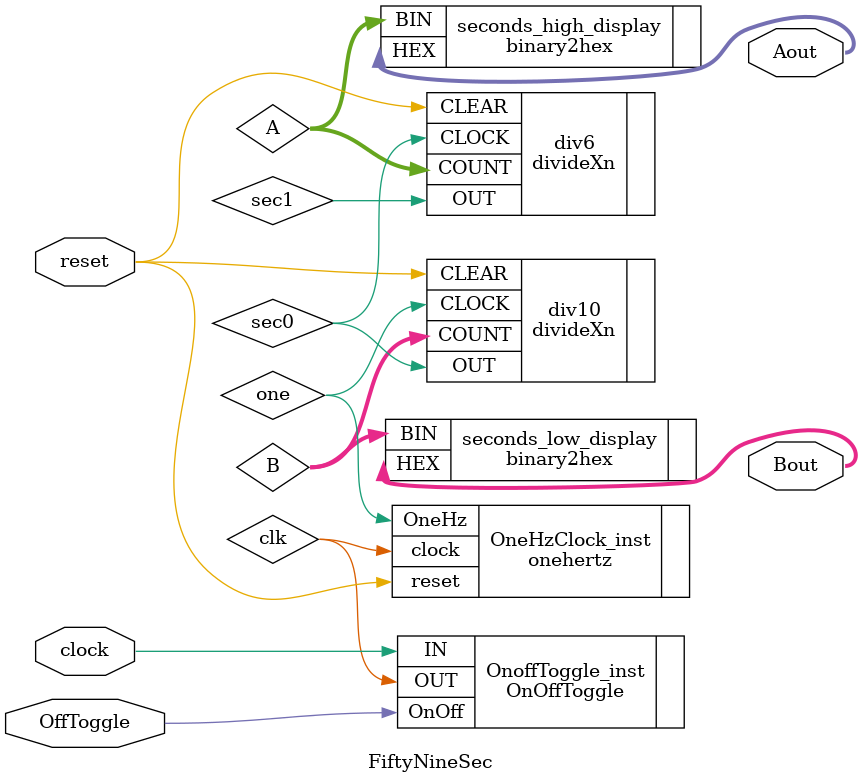
<source format=v>
module FiftyNineSec //top level
(
input clock, reset, OffToggle,
output [0:6] Aout, Bout
);
wire [3:0] A, B;
wire one, sec0, sec1, clk;
wire [3:0] count5, count10;
wire [9:0] count1000L, count1000M;
//instantiations
onehertz OneHzClock_inst
(
.clock(clk) , // input 50-MHz clock
.reset(reset) , // input reset
.OneHz(one) // output OneHz clock k0
);
divideXn #(4'd10, 4'd4) div10
(
.CLOCK(one) , // input 10MHz clock
.CLEAR(reset) , // input reset
.OUT(sec0) , // output 1-MHz clock
.COUNT(B) // output [3:0] count bits
);
binary2hex seconds_low_display
(
.BIN(B) , // input [3:0] seconds low count
.HEX(Bout) // output [0:6] low seconds display
);
divideXn #(3'd6, 3'd3) div6 //module divideXn needs to be included only once in the project directory since it’s parameterized
(
.CLOCK(sec0), // input 50MHz clock
.CLEAR(reset) , // input reset
.OUT(sec1), // output 10-MHz clock
.COUNT(A) // output [3:0] count bits
);
binary2hex seconds_high_display
(
.BIN(A) , // input [3:0] high seconds count
.HEX(Aout) // output [0:6] high seconds display
);
OnOffToggle OnoffToggle_inst
  (
  .OnOff(OffToggle),
  .IN(clock),
  .OUT(clk)
  );

endmodule

</source>
